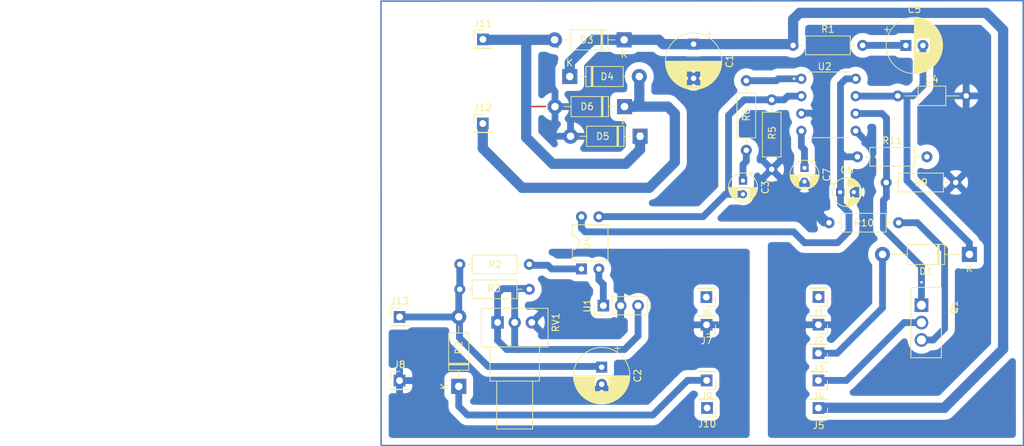
<source format=kicad_pcb>
(kicad_pcb (version 20221018) (generator pcbnew)
  (layers (0 "F.Cu" signal) (31 "B.Cu" signal) (34 "B.Paste" user) (35 "F.Paste" user) (36 "B.SilkS" user "B.Silkscreen") (37 "F.SilkS" user "F.Silkscreen") (38 "B.Mask" user) (39 "F.Mask" user) (44 "Edge.Cuts" user))
  (net 0 "")
  (net 1 "Net-(D3-K)")
  (net 2 "GND")
  (net 3 "Net-(C3-Pad1)")
  (net 4 "FB")
  (net 5 "Net-(D1-K)")
  (net 6 "Net-(U2-RT{slash}CT)")
  (net 7 "Net-(D1-A)")
  (net 8 "Net-(D2-A)")
  (net 10 "Net-(J4-Pin_1)")
  (net 13 "Net-(C5-Pad1)")
  (net 14 "Net-(R2-Pad2)")
  (net 15 "Net-(U2-COMP)")
  (net 16 "VREF")
  (net 17 "Net-(D3-A)")
  (net 18 "Net-(D4-A)")
  (net 19 "Net-(U1-REF)")
  (net 20 "Net-(U1-K)")
  (net 21 "GND2")
  (net 22 "Net-(D2-K)")
  (net 23 "Net-(U2-OUT)")
  (net 24 "Net-(Q1-Pad3)")
  (footprint "Diode_THT:D_DO-41_SOD81_P10.16mm_Horizontal" (layer "F.Cu") (at 114.47 51.39 180)
    (fp_text reference "D6" (at 5.47 0.01) (layer "F.SilkS"))
    (fp_text value "1N4007" hide)
    (fp_text user "K" (at 0 -2.1) (layer "F.SilkS"))
    (pad "1" thru_hole rect (at 0 0 180) (size 2.2 2.2) (drill 1.1) (layers "*.Cu" "*.Mask") (net 18 "Net-(D4-A)"))
    (pad "2" thru_hole oval (at 10.16 0 180) (size 2.2 2.2) (drill 1.1) (layers "*.Cu" "*.Mask") (net 2 "GND"))
  )
  (footprint "Resistor_THT:R_Axial_DIN0207_L6.3mm_D2.5mm_P10.16mm_Horizontal" (layer "F.Cu") (at 135.97 60.55 90)
    (fp_text reference "R5" (at 5.31 0.06 90) (layer "F.SilkS"))
    (fp_text value "22k")
    (pad "1" thru_hole circle (at 0 0 90) (size 1.6 1.6) (drill 0.8) (layers "*.Cu" "*.Mask") (net 2 "GND"))
    (pad "2" thru_hole oval (at 10.16 0 90) (size 1.6 1.6) (drill 0.8) (layers "*.Cu" "*.Mask") (net 4 "FB"))
  )
  (footprint "Resistor_THT:R_Axial_DIN0207_L6.3mm_D2.5mm_P10.16mm_Horizontal" (layer "F.Cu") (at 144.35 68.35)
    (fp_text reference "R10" (at 5.1 0.03) (layer "F.SilkS"))
    (fp_text value "R sense")
    (pad "1" thru_hole circle (at 0 0) (size 1.6 1.6) (drill 0.8) (layers "*.Cu" "*.Mask") (net 2 "GND"))
    (pad "2" thru_hole oval (at 10.16 0) (size 1.6 1.6) (drill 0.8) (layers "*.Cu" "*.Mask") (net 24 "Net-(Q1-Pad3)"))
  )
  (footprint "Diode_THT:D_DO-41_SOD81_P12.70mm_Horizontal" (layer "F.Cu") (at 164.86 72.98 180)
    (fp_text reference "D1" (at 6.35 -2.47) (layer "F.SilkS"))
    (fp_text value "SB500")
    (fp_text user "K" (at 0 -2.1) (layer "F.SilkS"))
    (pad "1" thru_hole rect (at 0 0 180) (size 2.2 2.2) (drill 1.1) (layers "*.Cu" "*.Mask") (net 5 "Net-(D1-K)"))
    (pad "2" thru_hole oval (at 12.7 0 180) (size 2.2 2.2) (drill 1.1) (layers "*.Cu" "*.Mask") (net 7 "Net-(D1-A)"))
  )
  (footprint "Connector_PinHeader_2.54mm:PinHeader_1x03_P2.54mm_Vertical" (layer "F.Cu") (at 111.37 80.47 90)
    (fp_text reference "U1" (at 0 -2.33 90) (layer "F.SilkS"))
    (fp_text value "TL431LP")
    (pad "1" thru_hole rect (at 0 0 90) (size 1.7 1.7) (drill 1) (layers "*.Cu" "*.Mask") (net 19 "Net-(U1-REF)"))
    (pad "2" thru_hole oval (at 0 2.54 90) (size 1.7 1.7) (drill 1) (layers "*.Cu" "*.Mask") (net 21 "GND2"))
    (pad "3" thru_hole oval (at 0 5.08 90) (size 1.7 1.7) (drill 1) (layers "*.Cu" "*.Mask") (net 20 "Net-(U1-K)"))
  )
  (footprint "Capacitor_THT:CP_Radial_D4.0mm_P2.00mm" (layer "F.Cu") (at 140.7626 60.34 -90)
    (fp_text reference "C7" (at 1 -3.25 -270) (layer "F.SilkS"))
    (fp_text value "2.2 nF")
    (pad "1" thru_hole rect (at 0 0 270) (size 1.2 1.2) (drill 0.6) (layers "*.Cu" "*.Mask") (net 6 "Net-(U2-RT{slash}CT)"))
    (pad "2" thru_hole circle (at 2 0 270) (size 1.2 1.2) (drill 0.6) (layers "*.Cu" "*.Mask") (net 2 "GND"))
  )
  (footprint "Connector_PinHeader_2.54mm:PinHeader_1x01_P2.54mm_Vertical" (layer "F.Cu") (at 142.8 95.42 180)
    (fp_text reference "J5" (at -0.03 -2.55) (layer "F.SilkS"))
    (fp_text value "Conn_01x01_Pin")
    (pad "1" thru_hole rect (at 0 0 180) (size 1.7 1.7) (drill 1) (layers "*.Cu" "*.Mask") (net 1 "Net-(D3-K)"))
  )
  (footprint "Connector_PinHeader_2.54mm:PinHeader_1x01_P2.54mm_Vertical" (layer "F.Cu") (at 126.45 83.26 180)
    (fp_text reference "J7" (at 0 -2.33) (layer "F.SilkS"))
    (fp_text value "Conn_01x01_Pin")
    (pad "1" thru_hole rect (at 0 0 180) (size 1.7 1.7) (drill 1) (layers "*.Cu" "*.Mask") (net 21 "GND2"))
  )
  (footprint "Diode_THT:D_DO-41_SOD81_P10.16mm_Horizontal" (layer "F.Cu") (at 106.47 46.99)
    (fp_text reference "D4" (at 5.46 0.01) (layer "F.SilkS"))
    (fp_text value "1N4007" hide)
    (fp_text user "K" (at -0.02 -1.98) (layer "F.SilkS"))
    (pad "1" thru_hole rect (at 0 0) (size 2.2 2.2) (drill 1.1) (layers "*.Cu" "*.Mask") (net 1 "Net-(D3-K)"))
    (pad "2" thru_hole oval (at 10.16 0) (size 2.2 2.2) (drill 1.1) (layers "*.Cu" "*.Mask") (net 18 "Net-(D4-A)"))
  )
  (footprint "Diode_THT:D_DO-41_SOD81_P10.16mm_Horizontal" (layer "F.Cu") (at 114.41 41.63 180)
    (fp_text reference "D3" (at 5.46 -0.01) (layer "F.SilkS"))
    (fp_text value "1N4007")
    (fp_text user "K" (at 0 -2.1) (layer "F.SilkS"))
    (pad "1" thru_hole rect (at 0 0 180) (size 2.2 2.2) (drill 1.1) (layers "*.Cu" "*.Mask") (net 1 "Net-(D3-K)"))
    (pad "2" thru_hole oval (at 10.16 0 180) (size 2.2 2.2) (drill 1.1) (layers "*.Cu" "*.Mask") (net 17 "Net-(D3-A)"))
  )
  (footprint "Package_DIP:DIP-4_W7.62mm" (layer "F.Cu") (at 108.175 75.1 90)
    (fp_text reference "U4" (at 3.82 0.83 90) (layer "F.SilkS"))
    (fp_text value "PC817")
    (pad "1" thru_hole rect (at 0 0 90) (size 1.6 1.6) (drill 0.8) (layers "*.Cu" "*.Mask") (net 14 "Net-(R2-Pad2)"))
    (pad "2" thru_hole oval (at 0 2.54 90) (size 1.6 1.6) (drill 0.8) (layers "*.Cu" "*.Mask") (net 19 "Net-(U1-REF)"))
    (pad "3" thru_hole oval (at 7.62 2.54 90) (size 1.6 1.6) (drill 0.8) (layers "*.Cu" "*.Mask") (net 4 "FB"))
    (pad "4" thru_hole oval (at 7.62 0 90) (size 1.6 1.6) (drill 0.8) (layers "*.Cu" "*.Mask") (net 16 "VREF"))
  )
  (footprint "Connector_PinHeader_2.54mm:PinHeader_1x01_P2.54mm_Vertical" (layer "F.Cu") (at 142.8 87.42 180)
    (fp_text reference "J3" (at 0 -2.33) (layer "F.SilkS"))
    (fp_text value "Conn_01x01_Pin")
    (pad "1" thru_hole rect (at 0 0 180) (size 1.7 1.7) (drill 1) (layers "*.Cu" "*.Mask") (net 7 "Net-(D1-A)"))
  )
  (footprint "IRF510PBF-BE3:TO254P1051X465X1931-3" (layer "F.Cu") (at 157.85 82.94 -90)
    (fp_text reference "Q1" (at -2.2125 -4.7925 90) (layer "F.SilkS"))
    (fp_text value "IRF510PBF-BE3")
    (pad "1" thru_hole rect (at -2.54 0 270) (size 1.995 1.995) (drill 1.33) (layers "*.Cu" "*.Mask") (net 23 "Net-(U2-OUT)"))
    (pad "2" thru_hole circle (at 0 0 270) (size 1.995 1.995) (drill 1.33) (layers "*.Cu" "*.Mask") (net 10 "Net-(J4-Pin_1)"))
    (pad "3" thru_hole circle (at 2.54 0 270) (size 1.995 1.995) (drill 1.33) (layers "*.Cu" "*.Mask") (net 24 "Net-(Q1-Pad3)"))
  )
  (footprint "Resistor_THT:R_Axial_DIN0207_L6.3mm_D2.5mm_P10.16mm_Horizontal" (layer "F.Cu") (at 148.49 58.72)
    (fp_text reference "R11" (at 5.08 -2.37) (layer "F.SilkS"))
    (fp_text value "39 k")
    (pad "1" thru_hole circle (at 0 0) (size 1.6 1.6) (drill 0.8) (layers "*.Cu" "*.Mask") (net 16 "VREF"))
    (pad "2" thru_hole oval (at 10.16 0) (size 1.6 1.6) (drill 0.8) (layers "*.Cu" "*.Mask") (net 6 "Net-(U2-RT{slash}CT)"))
  )
  (footprint "Connector_PinHeader_2.54mm:PinHeader_1x01_P2.54mm_Vertical" (layer "F.Cu") (at 142.8 83.25 180)
    (fp_text reference "J2" (at 0 -2.33) (layer "F.SilkS"))
    (fp_text value "Conn_01x01_Pin")
    (pad "1" thru_hole rect (at 0 0 180) (size 1.7 1.7) (drill 1) (layers "*.Cu" "*.Mask") (net 2 "GND"))
  )
  (footprint "Connector_PinHeader_2.54mm:PinHeader_1x01_P2.54mm_Vertical" (layer "F.Cu") (at 126.53 95.41 180)
    (fp_text reference "J10" (at 0 -2.33) (layer "F.SilkS"))
    (fp_text value "Conn_01x01_Pin")
    (pad "1" thru_hole rect (at 0 0 180) (size 1.7 1.7) (drill 1) (layers "*.Cu" "*.Mask"))
  )
  (footprint "Resistor_THT:R_Axial_DIN0207_L6.3mm_D2.5mm_P10.16mm_Horizontal" (layer "F.Cu") (at 90.4 74.43)
    (fp_text reference "R2" (at 5.14 0.02) (layer "F.SilkS"))
    (fp_text value "3.3k")
    (pad "1" thru_hole circle (at 0 0) (size 1.6 1.6) (drill 0.8) (layers "*.Cu" "*.Mask") (net 22 "Net-(D2-K)"))
    (pad "2" thru_hole oval (at 10.16 0) (size 1.6 1.6) (drill 0.8) (layers "*.Cu" "*.Mask") (net 14 "Net-(R2-Pad2)"))
  )
  (footprint "Resistor_THT:R_Axial_DIN0207_L6.3mm_D2.5mm_P10.16mm_Horizontal" (layer "F.Cu") (at 132.26 57.76 90)
    (fp_text reference "R6" (at 5.2 0 90) (layer "F.SilkS"))
    (fp_text value "4.7k ")
    (pad "1" thru_hole circle (at 0 0 90) (size 1.6 1.6) (drill 0.8) (layers "*.Cu" "*.Mask") (net 3 "Net-(C3-Pad1)"))
    (pad "2" thru_hole oval (at 10.16 0 90) (size 1.6 1.6) (drill 0.8) (layers "*.Cu" "*.Mask") (net 15 "Net-(U2-COMP)"))
  )
  (footprint "Connector_PinHeader_2.54mm:PinHeader_1x01_P2.54mm_Vertical" (layer "F.Cu") (at 93.76 53.86)
    (fp_text reference "J12" (at 0 -2.33) (layer "F.SilkS"))
    (fp_text value "Conn_01x01_Pin")
    (pad "1" thru_hole rect (at 0 0) (size 1.7 1.7) (drill 1) (layers "*.Cu" "*.Mask") (net 18 "Net-(D4-A)"))
  )
  (footprint "Capacitor_THT:CP_Radial_D8.0mm_P2.50mm" (layer "F.Cu") (at 155.567349 42.45)
    (fp_text reference "C5" (at 1.25 -5.25) (layer "F.SilkS"))
    (fp_text value "470uF")
    (pad "1" thru_hole rect (at 0 0) (size 1.6 1.6) (drill 0.8) (layers "*.Cu" "*.Mask") (net 13 "Net-(C5-Pad1)"))
    (pad "2" thru_hole circle (at 2.5 0) (size 1.6 1.6) (drill 0.8) (layers "*.Cu" "*.Mask") (net 5 "Net-(D1-K)"))
  )
  (footprint "Connector_PinHeader_2.54mm:PinHeader_1x01_P2.54mm_Vertical" (layer "F.Cu") (at 142.8 91.39 180)
    (fp_text reference "J4" (at 0 -2.33) (layer "F.SilkS"))
    (fp_text value "Conn_01x01_Pin")
    (pad "1" thru_hole rect (at 0 0 180) (size 1.7 1.7) (drill 1) (layers "*.Cu" "*.Mask") (net 10 "Net-(J4-Pin_1)"))
  )
  (footprint "Capacitor_THT:CP_Radial_D8.0mm_P2.50mm" (layer "F.Cu") (at 111.13 89.45 -90)
    (fp_text reference "C2" (at 1.25 -5.25 90) (layer "F.SilkS"))
    (fp_text value "470 uF")
    (pad "1" thru_hole rect (at 0 0 270) (size 1.6 1.6) (drill 0.8) (layers "*.Cu" "*.Mask") (net 22 "Net-(D2-K)"))
    (pad "2" thru_hole circle (at 2.5 0 270) (size 1.6 1.6) (drill 0.8) (layers "*.Cu" "*.Mask") (net 21 "GND2"))
  )
  (footprint "Capacitor_THT:CP_Radial_D4.0mm_P2.00mm" (layer "F.Cu") (at 145.97 63.88)
    (fp_text reference "C6" (at 1 -3.25) (layer "F.SilkS"))
    (fp_text value "0.1 uF")
    (pad "1" thru_hole rect (at 0 0) (size 1.2 1.2) (drill 0.6) (layers "*.Cu" "*.Mask") (net 16 "VREF"))
    (pad "2" thru_hole circle (at 2 0) (size 1.2 1.2) (drill 0.6) (layers "*.Cu" "*.Mask") (net 2 "GND"))
  )
  (footprint "Connector_PinHeader_2.54mm:PinHeader_1x01_P2.54mm_Vertical" (layer "F.Cu") (at 126.47 91.39 180)
    (fp_text reference "J9" (at 0 -2.33) (layer "F.SilkS"))
    (fp_text value "Conn_01x01_Pin")
    (pad "1" thru_hole rect (at 0 0 180) (size 1.7 1.7) (drill 1) (layers "*.Cu" "*.Mask") (net 8 "Net-(D2-A)"))
  )
  (footprint "Connector_PinHeader_2.54mm:PinHeader_1x01_P2.54mm_Vertical" (layer "F.Cu") (at 142.81 79.2 180)
    (fp_text reference "J1" (at 0 -2.33) (layer "F.SilkS"))
    (fp_text value "Conn_01x01_Pin")
    (pad "1" thru_hole rect (at 0 0 180) (size 1.7 1.7) (drill 1) (layers "*.Cu" "*.Mask"))
  )
  (footprint "Connector_PinHeader_2.54mm:PinHeader_1x01_P2.54mm_Vertical" (layer "F.Cu") (at 81.61 82.12)
    (fp_text reference "J13" (at 0 -2.33) (layer "F.SilkS"))
    (fp_text value "Conn_01x01_Pin")
    (pad "1" thru_hole rect (at 0 0) (size 1.7 1.7) (drill 1) (layers "*.Cu" "*.Mask") (net 22 "Net-(D2-K)"))
  )
  (footprint "Capacitor_THT:CP_Radial_D8.0mm_P5.00mm" (layer "F.Cu") (at 124.56 42.26 -90)
    (fp_text reference "C1" (at 2.5 -5.25 90) (layer "F.SilkS"))
    (fp_text value "470uF")
    (pad "1" thru_hole rect (at 0 0 270) (size 1.6 1.6) (drill 0.8) (layers "*.Cu" "*.Mask") (net 1 "Net-(D3-K)"))
    (pad "2" thru_hole circle (at 5 0 270) (size 1.6 1.6) (drill 0.8) (layers "*.Cu" "*.Mask") (net 2 "GND"))
  )
  (footprint "Connector_PinHeader_2.54mm:PinHeader_1x01_P2.54mm_Vertical" (layer "F.Cu") (at 81.6 91.41)
    (fp_text reference "J8" (at 0 -2.33) (layer "F.SilkS"))
    (fp_text value "Conn_01x01_Pin")
    (pad "1" thru_hole rect (at 0 0) (size 1.7 1.7) (drill 1) (layers "*.Cu" "*.Mask") (net 21 "GND2"))
  )
  (footprint "Resistor_THT:R_Axial_DIN0207_L6.3mm_D2.5mm_P10.16mm_Horizontal" (layer "F.Cu") (at 162.86 62.47 180)
    (fp_text reference "R9" (at 5.08 0) (layer "F.SilkS"))
    (fp_text value "100k")
    (pad "1" thru_hole circle (at 0 0 180) (size 1.6 1.6) (drill 0.8) (layers "*.Cu" "*.Mask") (net 2 "GND"))
    (pad "2" thru_hole oval (at 10.16 0 180) (size 1.6 1.6) (drill 0.8) (layers "*.Cu" "*.Mask") (net 23 "Net-(U2-OUT)"))
  )
  (footprint "UC3842N:UC3842N" (layer "F.Cu") (at 144.2725 51.13)
    (fp_text reference "U2" (at -0.565 -5.607) (layer "F.SilkS"))
    (fp_text value "UC3842N")
    (pad "1" thru_hole circle (at -3.97 -3.81) (size 1.5 1.5) (drill 0.78) (layers "*.Cu" "*.Mask") (net 15 "Net-(U2-COMP)"))
    (pad "2" thru_hole circle (at -3.97 -1.27) (size 1.5 1.5) (drill 0.78) (layers "*.Cu" "*.Mask") (net 4 "FB"))
    (pad "3" thru_hole circle (at -3.97 1.27) (size 1.5 1.5) (drill 0.78) (layers "*.Cu" "*.Mask") (net 2 "GND"))
    (pad "4" thru_hole circle (at -3.97 3.81) (size 1.5 1.5) (drill 0.78) (layers "*.Cu" "*.Mask") (net 6 "Net-(U2-RT{slash}CT)"))
    (pad "5" thru_hole circle (at 3.97 3.81) (size 1.5 1.5) (drill 0.78) (layers "*.Cu" "*.Mask") (net 2 "GND"))
    (pad "6" thru_hole circle (at 3.97 1.27) (size 1.5 1.5) (drill 0.78) (layers "*.Cu" "*.Mask") (net 23 "Net-(U2-OUT)"))
    (pad "7" thru_hole circle (at 3.97 -1.27) (size 1.5 1.5) (drill 0.78) (layers "*.Cu" "*.Mask") (net 5 "Net-(D1-K)"))
    (pad "8" thru_hole circle (at 3.97 -3.81) (size 1.5 1.5) (drill 0.78) (layers "*.Cu" "*.Mask") (net 16 "VREF"))
  )
  (footprint "Connector_PinHeader_2.54mm:PinHeader_1x01_P2.54mm_Vertical" (layer "F.Cu") (at 93.78 41.56)
    (fp_text reference "J11" (at 0 -2.33) (layer "F.SilkS"))
    (fp_text value "Conn_01x01_Pin")
    (pad "1" thru_hole rect (at 0 0) (size 1.7 1.7) (drill 1) (layers "*.Cu" "*.Mask") (net 17 "Net-(D3-A)"))
  )
  (footprint "Resistor_THT:R_Axial_DIN0207_L6.3mm_D2.5mm_P10.16mm_Horizontal" (layer "F.Cu") (at 90.4 78.07)
    (fp_text reference "R3" (at 5.01 -0.12) (layer "F.SilkS"))
    (fp_text value "22k")
    (pad "1" thru_hole circle (at 0 0) (size 1.6 1.6) (drill 0.8) (layers "*.Cu" "*.Mask") (net 22 "Net-(D2-K)"))
    (pad "2" thru_hole oval (at 10.16 0) (size 1.6 1.6) (drill 0.8) (layers "*.Cu" "*.Mask") (net 20 "Net-(U1-K)"))
  )
  (footprint "Connector_PinHeader_2.54mm:PinHeader_1x01_P2.54mm_Vertical" (layer "F.Cu") (at 126.42 79.22 180)
    (fp_text reference "J6" (at 0 -2.33) (layer "F.SilkS"))
    (fp_text value "Conn_01x01_Pin")
    (pad "1" thru_hole rect (at 0 0 180) (size 1.7 1.7) (drill 1) (layers "*.Cu" "*.Mask"))
  )
  (footprint "Potentiometer_THT:Potentiometer_Alps_RK09Y11_Single_Horizontal" (layer "F.Cu") (at 95.9205 82.9205 90)
    (fp_text reference "RV1" (at 0 8.5 90) (layer "F.SilkS"))
    (fp_text value "R_Potentiometer")
    (pad "1" thru_hole rect (at 0 0 270) (size 1.8 1.8) (drill 1) (layers "*.Cu" "*.Mask") (net 20 "Net-(U1-K)"))
    (pad "2" thru_hole circle (at 0 2.5 270) (size 1.8 1.8) (drill 1) (layers "*.Cu" "*.Mask") (net 20 "Net-(U1-K)"))
    (pad "3" thru_hole circle (at 0 5 270) (size 1.8 1.8) (drill 1) (layers "*.Cu" "*.Mask") (net 21 "GND2"))
  )
  (footprint "Diode_THT:D_DO-41_SOD81_P10.16mm_Horizontal" (layer "F.Cu") (at 116.74 55.72 180)
    (fp_text reference "D5" (at 5.45 -0.01) (layer "F.SilkS"))
    (fp_text value "1N4007")
    (fp_text user "K" (at 0 0) (layer "F.SilkS"))
    (pad "1" thru_hole rect (at 0 0 180) (size 2.2 2.2) (drill 1.1) (layers "*.Cu" "*.Mask") (net 17 "Net-(D3-A)"))
    (pad "2" thru_hole oval (at 10.16 0 180) (size 2.2 2.2) (drill 1.1) (layers "*.Cu" "*.Mask") (net 2 "GND"))
  )
  (footprint "Diode_THT:D_DO-41_SOD81_P10.16mm_Horizontal" (layer "F.Cu") (at 90.25 92.26 90)
    (fp_text reference "D2" (at 5.66 0 90) (layer "F.SilkS"))
    (fp_text value "DIODE")
    (fp_text user "K" (at 0 -2.1 90) (layer "F.SilkS"))
    (pad "1" thru_hole rect (at 0 0 90) (size 2.2 2.2) (drill 1.1) (layers "*.Cu" "*.Mask") (net 8 "Net-(D2-A)"))
    (pad "2" thru_hole oval (at 10.16 0 90) (size 2.2 2.2) (drill 1.1) (layers "*.Cu" "*.Mask") (net 22 "Net-(D2-K)"))
  )
  (footprint "Resistor_THT:R_Axial_DIN0207_L6.3mm_D2.5mm_P10.16mm_Horizontal" (layer "F.Cu") (at 139.1 42.44)
    (fp_text reference "R1" (at 5.08 -2.37) (layer "F.SilkS"))
    (fp_text value "R")
    (pad "1" thru_hole circle (at 0 0) (size 1.6 1.6) (drill 0.8) (layers "*.Cu" "*.Mask") (net 1 "Net-(D3-K)"))
    (pad "2" thru_hole oval (at 10.16 0) (size 1.6 1.6) (drill 0.8) (layers "*.Cu" "*.Mask") (net 13 "Net-(C5-Pad1)"))
  )
  (footprint "Capacitor_THT:CP_Radial_D4.0mm_P2.00mm" (layer "F.Cu") (at 131.78 62.19 -90)
    (fp_text reference "C3" (at 1 -3.25 -270) (layer "F.SilkS"))
    (fp_text value "1 nf")
    (pad "1" thru_hole rect (at 0 0 270) (size 1.2 1.2) (drill 0.6) (layers "*.Cu" "*.Mask") (net 3 "Net-(C3-Pad1)"))
    (pad "2" thru_hole circle (at 2 0 270) (size 1.2 1.2) (drill 0.6) (layers "*.Cu" "*.Mask") (net 4 "FB"))
  )
  (footprint "Capacitor_THT:C_Axial_L3.8mm_D2.6mm_P10.00mm_Horizontal" (layer "F.Cu") (at 154.39 49.82)
    (fp_text reference "C4" (at 5 -2.42) (layer "F.SilkS"))
    (fp_text value "470 uF")
    (pad "1" thru_hole circle (at 0 0) (size 1.6 1.6) (drill 0.8) (layers "*.Cu" "*.Mask") (net 5 "Net-(D1-K)"))
    (pad "2" thru_hole oval (at 10 0) (size 1.6 1.6) (drill 0.8) (layers "*.Cu" "*.Mask") (net 2 "GND"))
  )
  (gr_line (start 102.95 51.36) (end 100.94 51.38) (stroke (width 0.2)) (layer "F.Cu"))
  (gr_line (start 80.93 35.97) (end 78.89 35.97) (stroke (width 0.2)) (layer "B.Cu"))
  (gr_line (start 172.71 35.91) (end 80.93 35.97) (stroke (width 0.2)) (layer "B.Cu"))
  (gr_line (start 78.91 100.9) (end 78.89 35.97) (stroke (width 0.2)) (layer "B.Cu"))
  (gr_line (start 172.75 100.89) (end 172.71 35.91) (stroke (width 0.2)) (layer "B.Cu"))
  (gr_line (start 78.89 100.9) (end 172.75 100.89) (stroke (width 0.2)) (layer "B.Cu"))
  (segment (start 169.78 40.18) (end 167.29 37.69) (width 1.5) (layer "B.Cu") (net 1))
  (segment (start 167.29 37.69) (end 140.05 37.69) (width 1.5) (layer "B.Cu") (net 1))
  (segment (start 139.1 42.44) (end 138.92 42.26) (width 1.5) (layer "B.Cu") (net 1))
  (segment (start 142.8 95.42) (end 142.83 95.39) (width 1.5) (layer "B.Cu") (net 1))
  (segment (start 109.78 41.63) (end 106.47 44.94) (width 1.5) (layer "B.Cu") (net 1))
  (segment (start 169.78 86.8) (end 169.78 40.18) (width 1.5) (layer "B.Cu") (net 1))
  (segment (start 140.05 37.69) (end 139.1 38.64) (width 1.5) (layer "B.Cu") (net 1))
  (segment (start 139.1 38.64) (end 139.1 42.44) (width 1.5) (layer "B.Cu") (net 1))
  (segment (start 119.47 41.63) (end 109.78 41.63) (width 1.5) (layer "B.Cu") (net 1))
  (segment (start 120.1 42.26) (end 119.47 41.63) (width 1.5) (layer "B.Cu") (net 1))
  (segment (start 142.83 95.39) (end 161.19 95.39) (width 1.5) (layer "B.Cu") (net 1))
  (segment (start 161.19 95.39) (end 169.78 86.8) (width 1.5) (layer "B.Cu") (net 1))
  (segment (start 138.92 42.26) (end 120.1 42.26) (width 1.5) (layer "B.Cu") (net 1))
  (segment (start 106.47 44.94) (end 106.47 46.99) (width 1.5) (layer "B.Cu") (net 1))
  (segment (start 144.35 68.35) (end 143.5 68.35) (width 1) (layer "B.Cu") (net 2))
  (segment (start 143.5 68.35) (end 143.1 67.95) (width 1) (layer "B.Cu") (net 2))
  (segment (start 141.85 52.35) (end 140.3525 52.35) (width 1) (layer "B.Cu") (net 2))
  (segment (start 143.1 67.95) (end 143.1 53.6) (width 1) (layer "B.Cu") (net 2))
  (segment (start 143.1 53.6) (end 141.85 52.35) (width 1) (layer "B.Cu") (net 2))
  (segment (start 147.527401 64.27) (end 147.527401 64.427401) (width 0.25) (layer "B.Cu") (net 2))
  (segment (start 140.3525 52.35) (end 140.3025 52.4) (width 1) (layer "B.Cu") (net 2))
  (segment (start 147.527401 64.427401) (end 147.63 64.53) (width 0.25) (layer "B.Cu") (net 2))
  (segment (start 132.26 59.37) (end 132.26 57.76) (width 1) (layer "B.Cu") (net 3))
  (segment (start 131.78 62.19) (end 131.78 59.85) (width 1) (layer "B.Cu") (net 3))
  (segment (start 131.78 59.85) (end 132.26 59.37) (width 1) (layer "B.Cu") (net 3))
  (segment (start 131.78 64.19) (end 130.12 64.19) (width 1) (layer "B.Cu") (net 4))
  (segment (start 138.31 49.86) (end 140.3025 49.86) (width 1) (layer "B.Cu") (net 4))
  (segment (start 129.22 64.19) (end 125.95 67.46) (width 1) (layer "B.Cu") (net 4))
  (segment (start 137.78 50.39) (end 138.31 49.86) (width 1) (layer "B.Cu") (net 4))
  (segment (start 130.12 64.19) (end 129.22 64.19) (width 1) (layer "B.Cu") (net 4))
  (segment (start 131.94 50.39) (end 135.97 50.39) (width 1) (layer "B.Cu") (net 4))
  (segment (start 135.97 50.39) (end 137.78 50.39) (width 1) (layer "B.Cu") (net 4))
  (segment (start 129.67 63.74) (end 129.67 52.66) (width 1) (layer "B.Cu") (net 4))
  (segment (start 125.95 67.46) (end 110.735 67.46) (width 1) (layer "B.Cu") (net 4))
  (segment (start 129.67 52.66) (end 131.94 50.39) (width 1) (layer "B.Cu") (net 4))
  (segment (start 130.12 64.19) (end 129.67 63.74) (width 1) (layer "B.Cu") (net 4))
  (segment (start 110.735 67.46) (end 110.715 67.48) (width 1) (layer "B.Cu") (net 4))
  (segment (start 154.35 49.86) (end 154.39 49.82) (width 1) (layer "B.Cu") (net 5))
  (segment (start 164.86 71.32) (end 164.86 72.98) (width 1) (layer "B.Cu") (net 5))
  (segment (start 158.09 48.31) (end 158.067349 48.287349) (width 1) (layer "B.Cu") (net 5))
  (segment (start 155.74 62.2) (end 164.86 71.32) (width 1) (layer "B.Cu") (net 5))
  (segment (start 156.58 49.82) (end 158.09 48.31) (width 1) (layer "B.Cu") (net 5))
  (segment (start 155.74 49.98) (end 155.74 62.2) (width 1) (layer "B.Cu") (net 5))
  (segment (start 155.9 49.82) (end 155.74 49.98) (width 1) (layer "B.Cu") (net 5))
  (segment (start 154.39 49.82) (end 156.58 49.82) (width 1) (layer "B.Cu") (net 5))
  (segment (start 158.067349 48.287349) (end 158.067349 42.45) (width 1) (layer "B.Cu") (net 5))
  (segment (start 148.2425 49.86) (end 154.35 49.86) (width 1) (layer "B.Cu") (net 5))
  (segment (start 140.7626 60.34) (end 140.7626 57.6826) (width 1) (layer "B.Cu") (net 6))
  (segment (start 140.3025 57.2225) (end 140.3025 54.94) (width 1) (layer "B.Cu") (net 6))
  (segment (start 140.7626 57.6826) (end 140.3025 57.2225) (width 1) (layer "B.Cu") (net 6))
  (segment (start 152.12 72.65) (end 152.16 72.69) (width 1) (layer "B.Cu") (net 7))
  (segment (start 152.16 72.69) (end 152.16 72.98) (width 1) (layer "B.Cu") (net 7))
  (segment (start 145.53 87.42) (end 142.8 87.42) (width 1) (layer "B.Cu") (net 7))
  (segment (start 152.16 80.79) (end 145.53 87.42) (width 1) (layer "B.Cu") (net 7))
  (segment (start 152.16 72.98) (end 152.16 80.79) (width 1) (layer "B.Cu") (net 7))
  (segment (start 90.25 95.17) (end 91.52 96.44) (width 1) (layer "B.Cu") (net 8))
  (segment (start 123.67 91.38) (end 126.46 91.38) (width 1) (layer "B.Cu") (net 8))
  (segment (start 90.25 92.26) (end 90.25 95.17) (width 1) (layer "B.Cu") (net 8))
  (segment (start 126.46 91.38) (end 126.47 91.39) (width 1) (layer "B.Cu") (net 8))
  (segment (start 118.6 96.45) (end 123.67 91.38) (width 1) (layer "B.Cu") (net 8))
  (segment (start 91.52 96.44) (end 92.67 96.44) (width 1) (layer "B.Cu") (net 8))
  (segment (start 92.68 96.45) (end 118.6 96.45) (width 1) (layer "B.Cu") (net 8))
  (segment (start 92.67 96.44) (end 92.68 96.45) (width 1) (layer "B.Cu") (net 8))
  (segment (start 142.8 91.39) (end 146.88 91.39) (width 1) (layer "B.Cu") (net 10))
  (segment (start 155.33 82.94) (end 157.85 82.94) (width 1) (layer "B.Cu") (net 10))
  (segment (start 146.88 91.39) (end 155.33 82.94) (width 1) (layer "B.Cu") (net 10))
  (segment (start 155.557349 42.44) (end 155.567349 42.45) (width 0.25) (layer "B.Cu") (net 13))
  (segment (start 149.26 42.44) (end 155.557349 42.44) (width 1) (layer "B.Cu") (net 13))
  (segment (start 103.81 75.1) (end 103.28 74.57) (width 1) (layer "B.Cu") (net 14))
  (segment (start 100.7 74.57) (end 100.56 74.43) (width 1) (layer "B.Cu") (net 14))
  (segment (start 108.175 75.07) (end 108.145 75.1) (width 1) (layer "B.Cu") (net 14))
  (segment (start 103.28 74.57) (end 100.7 74.57) (width 1) (layer "B.Cu") (net 14))
  (segment (start 108.145 75.1) (end 103.81 75.1) (width 1) (layer "B.Cu") (net 14))
  (segment (start 132.26 47.6) (end 136.67 47.6) (width 1) (layer "B.Cu") (net 15))
  (segment (start 136.67 47.6) (end 136.95 47.32) (width 1) (layer "B.Cu") (net 15))
  (segment (start 136.95 47.32) (end 140.3025 47.32) (width 1) (layer "B.Cu") (net 15))
  (segment (start 146.69 58.72) (end 148.49 58.72) (width 1) (layer "B.Cu") (net 16))
  (segment (start 148.52 58.75) (end 148.49 58.72) (width 1) (layer "B.Cu") (net 16))
  (segment (start 146.02 65.65) (end 146.02 58.05) (width 1) (layer "B.Cu") (net 16))
  (segment (start 108.17 67.485) (end 108.17 69.15) (width 1) (layer "B.Cu") (net 16))
  (segment (start 108.7 69.68) (end 139.17 69.68) (width 1) (layer "B.Cu") (net 16))
  (segment (start 108.17 69.15) (end 108.7 69.68) (width 1) (layer "B.Cu") (net 16))
  (segment (start 146.81 47.32) (end 146.02 48.11) (width 1) (layer "B.Cu") (net 16))
  (segment (start 146.02 48.11) (end 146.02 58.05) (width 1) (layer "B.Cu") (net 16))
  (segment (start 145.6 71.27) (end 147.26 69.61) (width 1) (layer "B.Cu") (net 16))
  (segment (start 148.2425 47.32) (end 146.81 47.32) (width 1) (layer "B.Cu") (net 16))
  (segment (start 147.26 66.89) (end 146.02 65.65) (width 1) (layer "B.Cu") (net 16))
  (segment (start 140.76 71.27) (end 145.6 71.27) (width 1) (layer "B.Cu") (net 16))
  (segment (start 147.26 69.61) (end 147.26 66.89) (width 1) (layer "B.Cu") (net 16))
  (segment (start 108.175 67.48) (end 108.17 67.485) (width 1) (layer "B.Cu") (net 16))
  (segment (start 146.02 58.05) (end 146.69 58.72) (width 1) (layer "B.Cu") (net 16))
  (segment (start 139.17 69.68) (end 140.76 71.27) (width 1) (layer "B.Cu") (net 16))
  (segment (start 100.11 41.79) (end 100.27 41.63) (width 1.5) (layer "B.Cu") (net 17))
  (segment (start 116.74 55.72) (end 116.74 57.67) (width 1.5) (layer "B.Cu") (net 17))
  (segment (start 104.25 42.26) (end 104.71 42.72) (width 0.25) (layer "B.Cu") (net 17))
  (segment (start 104.25 41.63) (end 93.85 41.63) (width 1.5) (layer "B.Cu") (net 17))
  (segment (start 116.74 57.67) (end 114.67 59.74) (width 1.5) (layer "B.Cu") (net 17))
  (segment (start 114.67 59.74) (end 103.95 59.74) (width 1.5) (layer "B.Cu") (net 17))
  (segment (start 104.25 41.63) (end 104.25 42.26) (width 0.25) (layer "B.Cu") (net 17))
  (segment (start 93.85 41.63) (end 93.78 41.56) (width 1.5) (layer "B.Cu") (net 17))
  (segment (start 103.95 59.74) (end 100.11 55.9) (width 1.5) (layer "B.Cu") (net 17))
  (segment (start 100.11 55.9) (end 100.11 41.79) (width 1.5) (layer "B.Cu") (net 17))
  (segment (start 115.99 51.39) (end 114.47 51.39) (width 1.5) (layer "B.Cu") (net 18))
  (segment (start 121.82 52.41) (end 121.82 59.51) (width 1.5) (layer "B.Cu") (net 18))
  (segment (start 114.47 51.39) (end 120.8 51.39) (width 1.5) (layer "B.Cu") (net 18))
  (segment (start 118.08 63.25) (end 99.52 63.25) (width 1.5) (layer "B.Cu") (net 18))
  (segment (start 120.8 51.39) (end 121.82 52.41) (width 1.5) (layer "B.Cu") (net 18))
  (segment (start 116.63 50.75) (end 115.99 51.39) (width 1.5) (layer "B.Cu") (net 18))
  (segment (start 116.63 46.99) (end 116.63 50.75) (width 1.5) (layer "B.Cu") (net 18))
  (segment (start 121.82 59.51) (end 118.08 63.25) (width 1.5) (layer "B.Cu") (net 18))
  (segment (start 93.76 57.49) (end 93.76 53.86) (width 1.5) (layer "B.Cu") (net 18))
  (segment (start 99.52 63.25) (end 93.76 57.49) (width 1.5) (layer "B.Cu") (net 18))
  (segment (start 111.37 80.47) (end 111.37 77.35) (width 1) (layer "B.Cu") (net 19))
  (segment (start 111.37 77.35) (end 110.715 76.695) (width 1) (layer "B.Cu") (net 19))
  (segment (start 110.715 76.695) (end 110.715 75.07) (width 1) (layer "B.Cu") (net 19))
  (segment (start 98.4205 86.5805) (end 98.4205 82.9205) (width 1) (layer "B.Cu") (net 20))
  (segment (start 116.45 84.88) (end 116.45 80.47) (width 1) (layer "B.Cu") (net 20))
  (segment (start 97.26 86.87) (end 99.29 86.87) (width 1) (layer "B.Cu") (net 20))
  (segment (start 100.45 77.96) (end 100.56 78.07) (width 1) (layer "B.Cu") (net 20))
  (segment (start 99.2905 86.8705) (end 114.4595 86.8705) (width 1) (layer "B.Cu") (net 20))
  (segment (start 114.4595 86.8705) (end 116.45 84.88) (width 1) (layer "B.Cu") (net 20))
  (segment (start 99.2905 86.8705) (end 98.7105 86.8705) (width 1) (layer "B.Cu") (net 20))
  (segment (start 96.65 77.98) (end 98.82 77.98) (width 1) (layer "B.Cu") (net 20))
  (segment (start 95.9205 82.9205) (end 95.9205 85.5305) (width 1) (layer "B.Cu") (net 20))
  (segment (start 95.9205 78.7095) (end 96.65 77.98) (width 1) (layer "B.Cu") (net 20))
  (segment (start 98.84 77.96) (end 100.45 77.96) (width 1) (layer "B.Cu") (net 20))
  (segment (start 99.29 86.87) (end 99.2905 86.8705) (width 1) (layer "B.Cu") (net 20))
  (segment (start 98.4205 82.9205) (end 98.4205 78.3795) (width 1) (layer "B.Cu") (net 20))
  (segment (start 95.9205 85.5305) (end 97.26 86.87) (width 1) (layer "B.Cu") (net 20))
  (segment (start 98.4205 78.3795) (end 98.84 77.96) (width 1) (layer "B.Cu") (net 20))
  (segment (start 98.7105 86.8705) (end 98.4205 86.5805) (width 1) (layer "B.Cu") (net 20))
  (segment (start 95.9205 82.9205) (end 95.9205 78.7095) (width 1) (layer "B.Cu") (net 20))
  (segment (start 98.82 77.98) (end 98.84 77.96) (width 1) (layer "B.Cu") (net 20))
  (segment (start 111.0305 89.3505) (end 111.13 89.45) (width 1) (layer "B.Cu") (net 22))
  (segment (start 90.25 82.1) (end 90.36 82.21) (width 1) (layer "B.Cu") (net 22))
  (segment (start 90.36 82.21) (end 90.36 85.16) (width 1) (layer "B.Cu") (net 22))
  (segment (start 94.5505 89.3505) (end 111.0305 89.3505) (width 1) (layer "B.Cu") (net 22))
  (segment (start 90.23 82.12) (end 90.25 82.1) (width 0.25) (layer "B.Cu") (net 22))
  (segment (start 90.36 85.16) (end 94.5505 89.3505) (width 1) (layer "B.Cu") (net 22))
  (segment (start 81.61 82.12) (end 90.23 82.12) (width 1) (layer "B.Cu") (net 22))
  (segment (start 90.25 82.1) (end 90.25 78.22) (width 1) (layer "B.Cu") (net 22))
  (segment (start 90.4 78.07) (end 90.4 74.43) (width 1) (layer "B.Cu") (net 22))
  (segment (start 90.25 78.22) (end 90.4 78.07) (width 1) (layer "B.Cu") (net 22))
  (segment (start 152.7 62.47) (end 152.75 62.42) (width 1) (layer "B.Cu") (net 23))
  (segment (start 152.75 62.42) (end 152.75 53.06) (width 1) (layer "B.Cu") (net 23))
  (segment (start 152.09 52.4) (end 148.2425 52.4) (width 1) (layer "B.Cu") (net 23))
  (segment (start 157.85 74.75) (end 152.3 69.2) (width 1) (layer "B.Cu") (net 23))
  (segment (start 152.3 69.2) (end 152.3 65.06) (width 1) (layer "B.Cu") (net 23))
  (segment (start 152.75 53.06) (end 152.09 52.4) (width 1) (layer "B.Cu") (net 23))
  (segment (start 152.73 64.63) (end 152.73 62.5) (width 1) (layer "B.Cu") (net 23))
  (segment (start 157.85 80.4) (end 157.85 74.75) (width 1) (layer "B.Cu") (net 23))
  (segment (start 152.3 65.06) (end 152.73 64.63) (width 1) (layer "B.Cu") (net 23))
  (segment (start 152.73 62.5) (end 152.7 62.47) (width 1) (layer "B.Cu") (net 23))
  (segment (start 161.23 83.82) (end 161.23 72.27) (width 1) (layer "B.Cu") (net 24))
  (segment (start 160.99 72.03) (end 160.92 72.03) (width 1) (layer "B.Cu") (net 24))
  (segment (start 160.92 72.03) (end 157.24 68.35) (width 1) (layer "B.Cu") (net 24))
  (segment (start 161.23 72.27) (end 160.99 72.03) (width 1) (layer "B.Cu") (net 24))
  (segment (start 154.72 68.35) (end 154.52 68.15) (width 1) (layer "B.Cu") (net 24))
  (segment (start 157.24 68.35) (end 154.72 68.35) (width 1) (layer "B.Cu") (net 24))
  (segment (start 157.85 85.48) (end 159.57 85.48) (width 1) (layer "B.Cu") (net 24))
  (segment (start 159.57 85.48) (end 161.23 83.82) (width 1) (layer "B.Cu") (net 24))
  (zone (net 2) (net_name "GND") (layer "B.Cu") (connect_pads (clearance 1)) (min_thickness 1) (fill yes (thermal_gap 1) (thermal_bridge_width 1))
    (polygon (pts (xy 78.92 71.12) (xy 135.41 71.15) (xy 135.41 100.83) (xy 172.75 100.89) (xy 172.71 35.91) (xy 78.89 35.97)))
  )
  (zone (net 21) (net_name "GND2") (layer "B.Cu") (priority 1) (connect_pads (clearance 1)) (min_thickness 1) (fill yes (thermal_gap 1) (thermal_bridge_width 1))
    (polygon (pts (xy 78.89 100.9) (xy 78.93 72.16) (xy 132.76 72.15) (xy 132.75 100.89) (xy 78.91 100.9)))
  )
)
</source>
